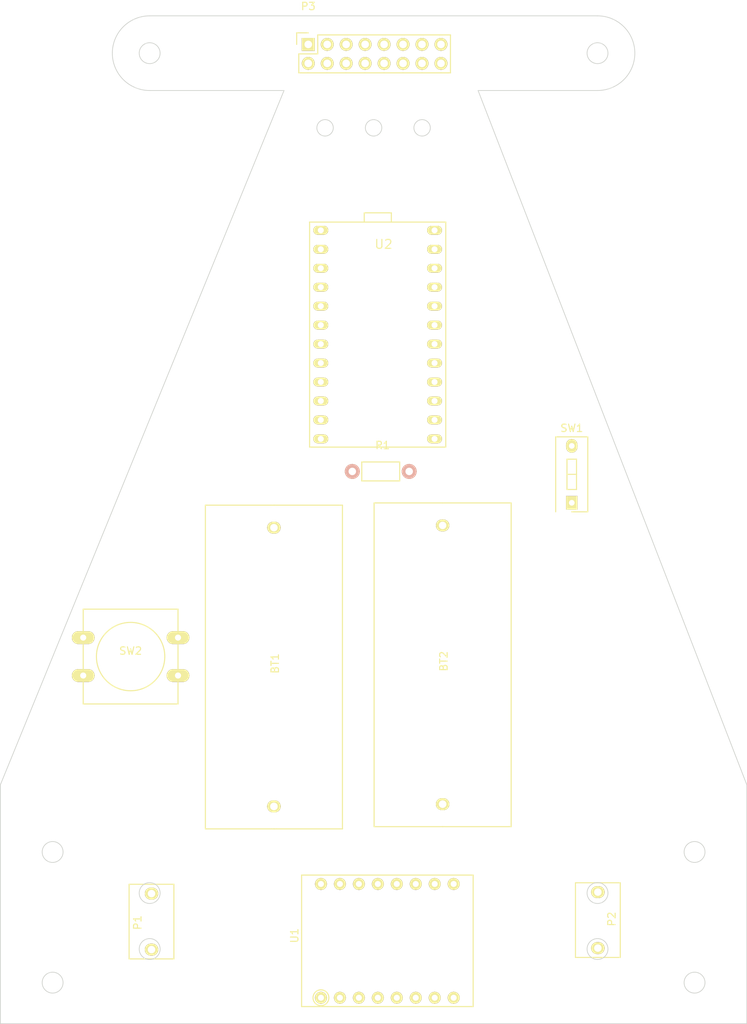
<source format=kicad_pcb>
(kicad_pcb (version 4) (host pcbnew 4.0.4+dfsg1-stable)

  (general
    (links 39)
    (no_connects 37)
    (area 42.702199 28.424999 142.802201 163.525001)
    (thickness 1.6)
    (drawings 23)
    (tracks 0)
    (zones 0)
    (modules 10)
    (nets 36)
  )

  (page A4)
  (layers
    (0 F.Cu signal)
    (31 B.Cu signal)
    (32 B.Adhes user)
    (33 F.Adhes user)
    (34 B.Paste user)
    (35 F.Paste user)
    (36 B.SilkS user)
    (37 F.SilkS user)
    (38 B.Mask user)
    (39 F.Mask user)
    (40 Dwgs.User user)
    (41 Cmts.User user)
    (42 Eco1.User user)
    (43 Eco2.User user)
    (44 Edge.Cuts user)
    (45 Margin user)
    (46 B.CrtYd user)
    (47 F.CrtYd user)
    (48 B.Fab user)
    (49 F.Fab user)
  )

  (setup
    (last_trace_width 0.25)
    (trace_clearance 0.2)
    (zone_clearance 0.508)
    (zone_45_only no)
    (trace_min 0.2)
    (segment_width 0.2)
    (edge_width 0.15)
    (via_size 0.6)
    (via_drill 0.4)
    (via_min_size 0.4)
    (via_min_drill 0.3)
    (uvia_size 0.3)
    (uvia_drill 0.1)
    (uvias_allowed no)
    (uvia_min_size 0.2)
    (uvia_min_drill 0.1)
    (pcb_text_width 0.3)
    (pcb_text_size 1.5 1.5)
    (mod_edge_width 0.15)
    (mod_text_size 1 1)
    (mod_text_width 0.15)
    (pad_size 1.524 1.524)
    (pad_drill 0.762)
    (pad_to_mask_clearance 0.2)
    (aux_axis_origin 0 0)
    (visible_elements FFFFFF7F)
    (pcbplotparams
      (layerselection 0x00030_80000001)
      (usegerberextensions false)
      (excludeedgelayer true)
      (linewidth 0.100000)
      (plotframeref false)
      (viasonmask false)
      (mode 1)
      (useauxorigin false)
      (hpglpennumber 1)
      (hpglpenspeed 20)
      (hpglpendiameter 15)
      (hpglpenoverlay 2)
      (psnegative false)
      (psa4output false)
      (plotreference true)
      (plotvalue true)
      (plotinvisibletext false)
      (padsonsilk false)
      (subtractmaskfromsilk false)
      (outputformat 1)
      (mirror false)
      (drillshape 1)
      (scaleselection 1)
      (outputdirectory ""))
  )

  (net 0 "")
  (net 1 "Net-(BT1-Pad1)")
  (net 2 "Net-(BT1-Pad2)")
  (net 3 GND)
  (net 4 "Net-(P1-Pad1)")
  (net 5 "Net-(P1-Pad2)")
  (net 6 "Net-(P2-Pad1)")
  (net 7 "Net-(P2-Pad2)")
  (net 8 /Sensor8)
  (net 9 "Net-(P3-Pad3)")
  (net 10 /Sensor7)
  (net 11 "Net-(P3-Pad5)")
  (net 12 /Sensor6)
  (net 13 "Net-(P3-Pad7)")
  (net 14 /Sensor5)
  (net 15 "Net-(P3-Pad9)")
  (net 16 /Sensor4)
  (net 17 "Net-(P3-Pad11)")
  (net 18 /Sensor3)
  (net 19 VCC)
  (net 20 /Sensor2)
  (net 21 "Net-(P3-Pad15)")
  (net 22 /Sensor1)
  (net 23 /Button)
  (net 24 "Net-(U1-Pad7)")
  (net 25 /PWM_RIGHT)
  (net 26 /IN2_RIGHT)
  (net 27 /IN1_RIGHT)
  (net 28 /STBY)
  (net 29 /IN1_LEFT)
  (net 30 /IN2_LEFT)
  (net 31 /PWM_LEFT)
  (net 32 "Net-(U2-Pad1)")
  (net 33 "Net-(U2-Pad2)")
  (net 34 "Net-(U2-Pad22)")
  (net 35 "Net-(U2-Pad21)")

  (net_class Default "This is the default net class."
    (clearance 0.2)
    (trace_width 0.25)
    (via_dia 0.6)
    (via_drill 0.4)
    (uvia_dia 0.3)
    (uvia_drill 0.1)
    (add_net /Button)
    (add_net /IN1_LEFT)
    (add_net /IN1_RIGHT)
    (add_net /IN2_LEFT)
    (add_net /IN2_RIGHT)
    (add_net /PWM_LEFT)
    (add_net /PWM_RIGHT)
    (add_net /STBY)
    (add_net /Sensor1)
    (add_net /Sensor2)
    (add_net /Sensor3)
    (add_net /Sensor4)
    (add_net /Sensor5)
    (add_net /Sensor6)
    (add_net /Sensor7)
    (add_net /Sensor8)
    (add_net GND)
    (add_net "Net-(BT1-Pad1)")
    (add_net "Net-(BT1-Pad2)")
    (add_net "Net-(P1-Pad1)")
    (add_net "Net-(P1-Pad2)")
    (add_net "Net-(P2-Pad1)")
    (add_net "Net-(P2-Pad2)")
    (add_net "Net-(P3-Pad11)")
    (add_net "Net-(P3-Pad15)")
    (add_net "Net-(P3-Pad3)")
    (add_net "Net-(P3-Pad5)")
    (add_net "Net-(P3-Pad7)")
    (add_net "Net-(P3-Pad9)")
    (add_net "Net-(U1-Pad7)")
    (add_net "Net-(U2-Pad1)")
    (add_net "Net-(U2-Pad2)")
    (add_net "Net-(U2-Pad21)")
    (add_net "Net-(U2-Pad22)")
    (add_net VCC)
  )

  (module bl_kicad:Battery_16340 (layer F.Cu) (tedit 58A09D85) (tstamp 58A0A313)
    (at 79.4 115.7 90)
    (path /58A07F29)
    (fp_text reference BT1 (at 0.47 0.15 90) (layer F.SilkS)
      (effects (font (size 1 1) (thickness 0.15)))
    )
    (fp_text value Battery (at 0.09 -1.87 90) (layer F.Fab)
      (effects (font (size 1 1) (thickness 0.15)))
    )
    (fp_line (start 21.68 9.18) (end -21.68 9.18) (layer F.SilkS) (width 0.15))
    (fp_line (start -21.68 -9.18) (end 21.68 -9.18) (layer F.SilkS) (width 0.15))
    (fp_line (start 21.68 0) (end 21.68 9.18) (layer F.SilkS) (width 0.15))
    (fp_line (start 21.68 0) (end 21.68 -9.18) (layer F.SilkS) (width 0.15))
    (fp_line (start -21.68 0) (end -21.68 9.18) (layer F.SilkS) (width 0.15))
    (fp_line (start -21.68 0) (end -21.68 -9.18) (layer F.SilkS) (width 0.15))
    (pad 1 thru_hole oval (at -18.67 0 90) (size 1.6 1.8) (drill 1) (layers *.Cu *.Mask F.SilkS)
      (net 1 "Net-(BT1-Pad1)"))
    (pad 1 thru_hole oval (at -18.67 0 90) (size 1.6 1.8) (drill 1) (layers *.Cu *.Mask F.SilkS)
      (net 1 "Net-(BT1-Pad1)"))
    (pad 2 thru_hole oval (at 18.67 0 90) (size 1.6 1.8) (drill 1) (layers *.Cu *.Mask F.SilkS)
      (net 2 "Net-(BT1-Pad2)"))
  )

  (module bl_kicad:Battery_16340 (layer F.Cu) (tedit 58A09D85) (tstamp 58A0A320)
    (at 102 115.4 90)
    (path /58A0807D)
    (fp_text reference BT2 (at 0.47 0.15 90) (layer F.SilkS)
      (effects (font (size 1 1) (thickness 0.15)))
    )
    (fp_text value Battery (at 0.09 -1.87 90) (layer F.Fab)
      (effects (font (size 1 1) (thickness 0.15)))
    )
    (fp_line (start 21.68 9.18) (end -21.68 9.18) (layer F.SilkS) (width 0.15))
    (fp_line (start -21.68 -9.18) (end 21.68 -9.18) (layer F.SilkS) (width 0.15))
    (fp_line (start 21.68 0) (end 21.68 9.18) (layer F.SilkS) (width 0.15))
    (fp_line (start 21.68 0) (end 21.68 -9.18) (layer F.SilkS) (width 0.15))
    (fp_line (start -21.68 0) (end -21.68 9.18) (layer F.SilkS) (width 0.15))
    (fp_line (start -21.68 0) (end -21.68 -9.18) (layer F.SilkS) (width 0.15))
    (pad 1 thru_hole oval (at -18.67 0 90) (size 1.6 1.8) (drill 1) (layers *.Cu *.Mask F.SilkS)
      (net 2 "Net-(BT1-Pad2)"))
    (pad 1 thru_hole oval (at -18.67 0 90) (size 1.6 1.8) (drill 1) (layers *.Cu *.Mask F.SilkS)
      (net 2 "Net-(BT1-Pad2)"))
    (pad 2 thru_hole oval (at 18.67 0 90) (size 1.6 1.8) (drill 1) (layers *.Cu *.Mask F.SilkS)
      (net 3 GND))
  )

  (module bl_kicad:Motor_raptor (layer F.Cu) (tedit 58A09F67) (tstamp 58A0A32B)
    (at 63 149.8 270)
    (path /58A098F5)
    (fp_text reference P1 (at 0.14 1.86 270) (layer F.SilkS)
      (effects (font (size 1 1) (thickness 0.15)))
    )
    (fp_text value LEFT_ENG (at 0.2 -1.98 270) (layer F.Fab)
      (effects (font (size 1 1) (thickness 0.15)))
    )
    (fp_line (start -5 0) (end -5 -3) (layer F.SilkS) (width 0.15))
    (fp_line (start -5 -3) (end 5 -3) (layer F.SilkS) (width 0.15))
    (fp_line (start 5 -3) (end 5 3) (layer F.SilkS) (width 0.15))
    (fp_line (start 5 3) (end -5 3) (layer F.SilkS) (width 0.15))
    (fp_line (start -5 3) (end -5 0) (layer F.SilkS) (width 0.15))
    (pad 1 thru_hole oval (at -3.75 0 270) (size 1.6 1.8) (drill 1) (layers *.Cu *.Mask F.SilkS)
      (net 4 "Net-(P1-Pad1)"))
    (pad 2 thru_hole oval (at 3.75 0 270) (size 1.6 1.8) (drill 1) (layers *.Cu *.Mask F.SilkS)
      (net 5 "Net-(P1-Pad2)"))
  )

  (module bl_kicad:Motor_raptor (layer F.Cu) (tedit 58A09F67) (tstamp 58A0A336)
    (at 122.8 149.6 90)
    (path /58A09A62)
    (fp_text reference P2 (at 0.14 1.86 90) (layer F.SilkS)
      (effects (font (size 1 1) (thickness 0.15)))
    )
    (fp_text value RIGHT_ENG (at 0.2 -1.98 90) (layer F.Fab)
      (effects (font (size 1 1) (thickness 0.15)))
    )
    (fp_line (start -5 0) (end -5 -3) (layer F.SilkS) (width 0.15))
    (fp_line (start -5 -3) (end 5 -3) (layer F.SilkS) (width 0.15))
    (fp_line (start 5 -3) (end 5 3) (layer F.SilkS) (width 0.15))
    (fp_line (start 5 3) (end -5 3) (layer F.SilkS) (width 0.15))
    (fp_line (start -5 3) (end -5 0) (layer F.SilkS) (width 0.15))
    (pad 1 thru_hole oval (at -3.75 0 90) (size 1.6 1.8) (drill 1) (layers *.Cu *.Mask F.SilkS)
      (net 6 "Net-(P2-Pad1)"))
    (pad 2 thru_hole oval (at 3.75 0 90) (size 1.6 1.8) (drill 1) (layers *.Cu *.Mask F.SilkS)
      (net 7 "Net-(P2-Pad2)"))
  )

  (module Socket_Strips:Socket_Strip_Straight_2x08 (layer F.Cu) (tedit 0) (tstamp 58A0A34A)
    (at 84 32.3)
    (descr "Through hole socket strip")
    (tags "socket strip")
    (path /58A0A50A)
    (fp_text reference P3 (at 0 -5.1) (layer F.SilkS)
      (effects (font (size 1 1) (thickness 0.15)))
    )
    (fp_text value CONN_02X08 (at 0 -3.1) (layer F.Fab)
      (effects (font (size 1 1) (thickness 0.15)))
    )
    (fp_line (start -1.75 -1.75) (end -1.75 4.3) (layer F.CrtYd) (width 0.05))
    (fp_line (start 19.55 -1.75) (end 19.55 4.3) (layer F.CrtYd) (width 0.05))
    (fp_line (start -1.75 -1.75) (end 19.55 -1.75) (layer F.CrtYd) (width 0.05))
    (fp_line (start -1.75 4.3) (end 19.55 4.3) (layer F.CrtYd) (width 0.05))
    (fp_line (start 19.05 3.81) (end -1.27 3.81) (layer F.SilkS) (width 0.15))
    (fp_line (start 1.27 -1.27) (end 19.05 -1.27) (layer F.SilkS) (width 0.15))
    (fp_line (start 19.05 3.81) (end 19.05 -1.27) (layer F.SilkS) (width 0.15))
    (fp_line (start -1.27 3.81) (end -1.27 1.27) (layer F.SilkS) (width 0.15))
    (fp_line (start 0 -1.55) (end -1.55 -1.55) (layer F.SilkS) (width 0.15))
    (fp_line (start -1.27 1.27) (end 1.27 1.27) (layer F.SilkS) (width 0.15))
    (fp_line (start 1.27 1.27) (end 1.27 -1.27) (layer F.SilkS) (width 0.15))
    (fp_line (start -1.55 -1.55) (end -1.55 0) (layer F.SilkS) (width 0.15))
    (pad 1 thru_hole rect (at 0 0) (size 1.7272 1.7272) (drill 1.016) (layers *.Cu *.Mask F.SilkS)
      (net 3 GND))
    (pad 2 thru_hole oval (at 0 2.54) (size 1.7272 1.7272) (drill 1.016) (layers *.Cu *.Mask F.SilkS)
      (net 8 /Sensor8))
    (pad 3 thru_hole oval (at 2.54 0) (size 1.7272 1.7272) (drill 1.016) (layers *.Cu *.Mask F.SilkS)
      (net 9 "Net-(P3-Pad3)"))
    (pad 4 thru_hole oval (at 2.54 2.54) (size 1.7272 1.7272) (drill 1.016) (layers *.Cu *.Mask F.SilkS)
      (net 10 /Sensor7))
    (pad 5 thru_hole oval (at 5.08 0) (size 1.7272 1.7272) (drill 1.016) (layers *.Cu *.Mask F.SilkS)
      (net 11 "Net-(P3-Pad5)"))
    (pad 6 thru_hole oval (at 5.08 2.54) (size 1.7272 1.7272) (drill 1.016) (layers *.Cu *.Mask F.SilkS)
      (net 12 /Sensor6))
    (pad 7 thru_hole oval (at 7.62 0) (size 1.7272 1.7272) (drill 1.016) (layers *.Cu *.Mask F.SilkS)
      (net 13 "Net-(P3-Pad7)"))
    (pad 8 thru_hole oval (at 7.62 2.54) (size 1.7272 1.7272) (drill 1.016) (layers *.Cu *.Mask F.SilkS)
      (net 14 /Sensor5))
    (pad 9 thru_hole oval (at 10.16 0) (size 1.7272 1.7272) (drill 1.016) (layers *.Cu *.Mask F.SilkS)
      (net 15 "Net-(P3-Pad9)"))
    (pad 10 thru_hole oval (at 10.16 2.54) (size 1.7272 1.7272) (drill 1.016) (layers *.Cu *.Mask F.SilkS)
      (net 16 /Sensor4))
    (pad 11 thru_hole oval (at 12.7 0) (size 1.7272 1.7272) (drill 1.016) (layers *.Cu *.Mask F.SilkS)
      (net 17 "Net-(P3-Pad11)"))
    (pad 12 thru_hole oval (at 12.7 2.54) (size 1.7272 1.7272) (drill 1.016) (layers *.Cu *.Mask F.SilkS)
      (net 18 /Sensor3))
    (pad 13 thru_hole oval (at 15.24 0) (size 1.7272 1.7272) (drill 1.016) (layers *.Cu *.Mask F.SilkS)
      (net 19 VCC))
    (pad 14 thru_hole oval (at 15.24 2.54) (size 1.7272 1.7272) (drill 1.016) (layers *.Cu *.Mask F.SilkS)
      (net 20 /Sensor2))
    (pad 15 thru_hole oval (at 17.78 0) (size 1.7272 1.7272) (drill 1.016) (layers *.Cu *.Mask F.SilkS)
      (net 21 "Net-(P3-Pad15)"))
    (pad 16 thru_hole oval (at 17.78 2.54) (size 1.7272 1.7272) (drill 1.016) (layers *.Cu *.Mask F.SilkS)
      (net 22 /Sensor1))
    (model Socket_Strips.3dshapes/Socket_Strip_Straight_2x08.wrl
      (at (xyz 0.35 -0.05 0))
      (scale (xyz 1 1 1))
      (rotate (xyz 0 0 180))
    )
  )

  (module Resistors_ThroughHole:Resistor_Horizontal_RM7mm (layer F.Cu) (tedit 569FCF07) (tstamp 58A0A350)
    (at 89.9 89.5)
    (descr "Resistor, Axial,  RM 7.62mm, 1/3W,")
    (tags "Resistor Axial RM 7.62mm 1/3W R3")
    (path /58A07EE2)
    (fp_text reference R1 (at 4.05892 -3.50012) (layer F.SilkS)
      (effects (font (size 1 1) (thickness 0.15)))
    )
    (fp_text value 10k (at 3.81 3.81) (layer F.Fab)
      (effects (font (size 1 1) (thickness 0.15)))
    )
    (fp_line (start -1.25 -1.5) (end 8.85 -1.5) (layer F.CrtYd) (width 0.05))
    (fp_line (start -1.25 1.5) (end -1.25 -1.5) (layer F.CrtYd) (width 0.05))
    (fp_line (start 8.85 -1.5) (end 8.85 1.5) (layer F.CrtYd) (width 0.05))
    (fp_line (start -1.25 1.5) (end 8.85 1.5) (layer F.CrtYd) (width 0.05))
    (fp_line (start 1.27 -1.27) (end 6.35 -1.27) (layer F.SilkS) (width 0.15))
    (fp_line (start 6.35 -1.27) (end 6.35 1.27) (layer F.SilkS) (width 0.15))
    (fp_line (start 6.35 1.27) (end 1.27 1.27) (layer F.SilkS) (width 0.15))
    (fp_line (start 1.27 1.27) (end 1.27 -1.27) (layer F.SilkS) (width 0.15))
    (pad 1 thru_hole circle (at 0 0) (size 1.99898 1.99898) (drill 1.00076) (layers *.Cu *.SilkS *.Mask)
      (net 23 /Button))
    (pad 2 thru_hole circle (at 7.62 0) (size 1.99898 1.99898) (drill 1.00076) (layers *.Cu *.SilkS *.Mask)
      (net 3 GND))
  )

  (module Buttons_Switches_ThroughHole:SW_DIP_x1_Slide (layer F.Cu) (tedit 54C4BC96) (tstamp 58A0A356)
    (at 119.3 93.7)
    (descr "CTS Electrocomponents, Series 206/208")
    (path /58A08E13)
    (fp_text reference SW1 (at 0 -10) (layer F.SilkS)
      (effects (font (size 1 1) (thickness 0.15)))
    )
    (fp_text value SPST (at 0.5 2.4) (layer F.Fab)
      (effects (font (size 1 1) (thickness 0.15)))
    )
    (fp_line (start 2.5 1.55) (end -2.5 1.55) (layer F.CrtYd) (width 0.05))
    (fp_line (start -2.5 1.55) (end -2.5 -9.15) (layer F.CrtYd) (width 0.05))
    (fp_line (start -2.5 -9.15) (end 2.5 -9.15) (layer F.CrtYd) (width 0.05))
    (fp_line (start 2.5 -9.15) (end 2.5 1.55) (layer F.CrtYd) (width 0.05))
    (fp_line (start -2.15 -8.83) (end 2.15 -8.83) (layer F.SilkS) (width 0.15))
    (fp_line (start 0 1.21) (end 2.15 1.21) (layer F.SilkS) (width 0.15))
    (fp_line (start -2.15 -8.83) (end -2.15 1.21) (layer F.SilkS) (width 0.15))
    (fp_line (start 2.15 -8.83) (end 2.15 1.21) (layer F.SilkS) (width 0.15))
    (fp_line (start -0.64 -3.81) (end 0.64 -3.81) (layer F.SilkS) (width 0.15))
    (fp_line (start -0.64 -5.84) (end -0.64 -1.78) (layer F.SilkS) (width 0.15))
    (fp_line (start -0.64 -1.78) (end 0.64 -1.78) (layer F.SilkS) (width 0.15))
    (fp_line (start 0.64 -1.78) (end 0.64 -5.84) (layer F.SilkS) (width 0.15))
    (fp_line (start 0.64 -5.84) (end -0.64 -5.84) (layer F.SilkS) (width 0.15))
    (pad 1 thru_hole rect (at 0 0) (size 1.524 1.824) (drill 0.762) (layers *.Cu *.Mask F.SilkS)
      (net 1 "Net-(BT1-Pad1)"))
    (pad 2 thru_hole oval (at 0 -7.62) (size 1.524 1.824) (drill 0.762) (layers *.Cu *.Mask F.SilkS)
      (net 19 VCC))
    (model Buttons_Switches_ThroughHole.3dshapes/SW_DIP_x1_Slide.wrl
      (at (xyz 0 0 0))
      (scale (xyz 1 1 1))
      (rotate (xyz 0 0 0))
    )
  )

  (module Buttons_Switches_ThroughHole:SW_PUSH-12mm (layer F.Cu) (tedit 53FD9538) (tstamp 58A0A35E)
    (at 60.2 114.3)
    (path /58A07DAB)
    (fp_text reference SW2 (at 0 -0.762) (layer F.SilkS)
      (effects (font (size 1 1) (thickness 0.15)))
    )
    (fp_text value SW_PUSH (at 0 1.016) (layer F.Fab)
      (effects (font (size 1 1) (thickness 0.15)))
    )
    (fp_circle (center 0 0) (end 3.81 2.54) (layer F.SilkS) (width 0.15))
    (fp_line (start -6.35 -6.35) (end 6.35 -6.35) (layer F.SilkS) (width 0.15))
    (fp_line (start 6.35 -6.35) (end 6.35 6.35) (layer F.SilkS) (width 0.15))
    (fp_line (start 6.35 6.35) (end -6.35 6.35) (layer F.SilkS) (width 0.15))
    (fp_line (start -6.35 6.35) (end -6.35 -6.35) (layer F.SilkS) (width 0.15))
    (pad 1 thru_hole oval (at 6.35 -2.54) (size 3.048 1.7272) (drill 0.8128) (layers *.Cu *.Mask F.SilkS)
      (net 23 /Button))
    (pad 2 thru_hole oval (at 6.35 2.54) (size 3.048 1.7272) (drill 0.8128) (layers *.Cu *.Mask F.SilkS)
      (net 19 VCC))
    (pad 1 thru_hole oval (at -6.35 -2.54) (size 3.048 1.7272) (drill 0.8128) (layers *.Cu *.Mask F.SilkS)
      (net 23 /Button))
    (pad 2 thru_hole oval (at -6.35 2.54) (size 3.048 1.7272) (drill 0.8128) (layers *.Cu *.Mask F.SilkS)
      (net 19 VCC))
    (model Buttons_Switches_ThroughHole.3dshapes/SW_PUSH-12mm.wrl
      (at (xyz 0 0 0))
      (scale (xyz 4 4 4))
      (rotate (xyz 0 0 0))
    )
  )

  (module bl_kicad:DIP-16_600 (layer F.Cu) (tedit 589F6C76) (tstamp 58A0A37C)
    (at 85.7 160 90)
    (descr "16-lead breakout, row spacing 7.62 mm (600 mils)")
    (tags "breakout 2.54 600")
    (path /58A07C4E)
    (fp_text reference U1 (at 8.32 -3.54 90) (layer F.SilkS)
      (effects (font (size 1 1) (thickness 0.15)))
    )
    (fp_text value TB6612FNG_BREAKOUT (at 7.57 8.82 180) (layer F.Fab)
      (effects (font (size 1 1) (thickness 0.15)))
    )
    (fp_line (start 16.43 -2.59) (end -1.18 -2.59) (layer F.SilkS) (width 0.15))
    (fp_line (start -1.18 -2.59) (end -1.18 -2.49) (layer F.SilkS) (width 0.15))
    (fp_line (start -1.18 -2.55) (end -1.18 20.39) (layer F.SilkS) (width 0.15))
    (fp_line (start -1.18 20.39) (end 16.43 20.39) (layer F.SilkS) (width 0.15))
    (fp_line (start 16.43 20.39) (end 16.43 -2.59) (layer F.SilkS) (width 0.15))
    (fp_circle (center 0 0) (end 1.05 0.15) (layer F.SilkS) (width 0.15))
    (fp_line (start -1.05 20.25) (end 16.3 20.25) (layer F.CrtYd) (width 0.05))
    (fp_line (start -1.05 -2.45) (end 16.3 -2.45) (layer F.CrtYd) (width 0.05))
    (fp_line (start -1.05 -2.45) (end -1.05 20.25) (layer F.CrtYd) (width 0.05))
    (fp_line (start 16.3 -2.45) (end 16.3 20.25) (layer F.CrtYd) (width 0.05))
    (pad 1 thru_hole oval (at 0 0 90) (size 1.6 1.6) (drill 0.8) (layers *.Cu *.Mask F.SilkS)
      (net 3 GND))
    (pad 2 thru_hole oval (at 0 2.54 90) (size 1.6 1.6) (drill 0.8) (layers *.Cu *.Mask F.SilkS)
      (net 19 VCC))
    (pad 3 thru_hole oval (at 0 5.08 90) (size 1.6 1.6) (drill 0.8) (layers *.Cu *.Mask F.SilkS)
      (net 5 "Net-(P1-Pad2)"))
    (pad 4 thru_hole oval (at 0 7.62 90) (size 1.6 1.6) (drill 0.8) (layers *.Cu *.Mask F.SilkS)
      (net 4 "Net-(P1-Pad1)"))
    (pad 5 thru_hole oval (at 0 10.16 90) (size 1.6 1.6) (drill 0.8) (layers *.Cu *.Mask F.SilkS)
      (net 7 "Net-(P2-Pad2)"))
    (pad 6 thru_hole oval (at 0 12.7 90) (size 1.6 1.6) (drill 0.8) (layers *.Cu *.Mask F.SilkS)
      (net 6 "Net-(P2-Pad1)"))
    (pad 7 thru_hole oval (at 0 15.24 90) (size 1.6 1.6) (drill 0.8) (layers *.Cu *.Mask F.SilkS)
      (net 24 "Net-(U1-Pad7)"))
    (pad 8 thru_hole oval (at 0 17.78 90) (size 1.6 1.6) (drill 0.8) (layers *.Cu *.Mask F.SilkS)
      (net 3 GND))
    (pad 9 thru_hole oval (at 15.24 17.78 90) (size 1.6 1.6) (drill 0.8) (layers *.Cu *.Mask F.SilkS)
      (net 3 GND))
    (pad 10 thru_hole oval (at 15.24 15.24 90) (size 1.6 1.6) (drill 0.8) (layers *.Cu *.Mask F.SilkS)
      (net 25 /PWM_RIGHT))
    (pad 11 thru_hole oval (at 15.24 12.7 90) (size 1.6 1.6) (drill 0.8) (layers *.Cu *.Mask F.SilkS)
      (net 26 /IN2_RIGHT))
    (pad 12 thru_hole oval (at 15.24 10.16 90) (size 1.6 1.6) (drill 0.8) (layers *.Cu *.Mask F.SilkS)
      (net 27 /IN1_RIGHT))
    (pad 13 thru_hole oval (at 15.24 7.62 90) (size 1.6 1.6) (drill 0.8) (layers *.Cu *.Mask F.SilkS)
      (net 28 /STBY))
    (pad 14 thru_hole oval (at 15.24 5.08 90) (size 1.6 1.6) (drill 0.8) (layers *.Cu *.Mask F.SilkS)
      (net 29 /IN1_LEFT))
    (pad 15 thru_hole oval (at 15.24 2.54 90) (size 1.6 1.6) (drill 0.8) (layers *.Cu *.Mask F.SilkS)
      (net 30 /IN2_LEFT))
    (pad 16 thru_hole oval (at 15.24 0 90) (size 1.6 1.6) (drill 0.8) (layers *.Cu *.Mask F.SilkS)
      (net 31 /PWM_LEFT))
  )

  (module bl_kicad:DIP-24_600 (layer F.Cu) (tedit 589F6AE9) (tstamp 58A0A39F)
    (at 93.3 70.8)
    (path /58A079FA)
    (fp_text reference U2 (at 0.79 -11.73) (layer F.SilkS)
      (effects (font (size 1.2 1.2) (thickness 0.15)))
    )
    (fp_text value Arduino_Pro_Mini (at -3.859997 0.37 90) (layer F.Fab)
      (effects (font (size 1.2 1.2) (thickness 0.15)))
    )
    (fp_line (start -1.8 -14.7) (end -1.8 -15.94) (layer F.SilkS) (width 0.15))
    (fp_line (start -1.8 -15.94) (end 1.83 -15.94) (layer F.SilkS) (width 0.15))
    (fp_line (start 1.83 -15.94) (end 1.83 -14.7) (layer F.SilkS) (width 0.15))
    (fp_line (start -9.12 15.44) (end 9.12 15.44) (layer F.SilkS) (width 0.15))
    (fp_line (start -9.12 -14.7) (end 9.12 -14.7) (layer F.SilkS) (width 0.15))
    (fp_line (start -9.119996 -14.7) (end -9.119997 15.44) (layer F.SilkS) (width 0.15))
    (fp_line (start 9.120007 15.44) (end 9.120008 -14.7) (layer F.SilkS) (width 0.15))
    (pad 24 thru_hole oval (at 7.620008 -13.6 270) (size 1.2 2) (drill 0.8) (layers *.Cu *.Mask F.SilkS)
      (net 19 VCC))
    (pad 1 thru_hole oval (at -7.619997 -13.6 270) (size 1.2 2) (drill 0.8) (layers *.Cu *.Mask F.SilkS)
      (net 32 "Net-(U2-Pad1)"))
    (pad 23 thru_hole oval (at 7.620008 -11.06 270) (size 1.2 2) (drill 0.8) (layers *.Cu *.Mask F.SilkS)
      (net 3 GND))
    (pad 2 thru_hole oval (at -7.619997 -11.06 270) (size 1.2 2) (drill 0.8) (layers *.Cu *.Mask F.SilkS)
      (net 33 "Net-(U2-Pad2)"))
    (pad 22 thru_hole oval (at 7.620008 -8.52 270) (size 1.2 2) (drill 0.8) (layers *.Cu *.Mask F.SilkS)
      (net 34 "Net-(U2-Pad22)"))
    (pad 3 thru_hole oval (at -7.619997 -8.52 270) (size 1.2 2) (drill 0.8) (layers *.Cu *.Mask F.SilkS)
      (net 3 GND))
    (pad 21 thru_hole oval (at 7.620008 -5.98 270) (size 1.2 2) (drill 0.8) (layers *.Cu *.Mask F.SilkS)
      (net 35 "Net-(U2-Pad21)"))
    (pad 4 thru_hole oval (at -7.619997 -5.98 270) (size 1.2 2) (drill 0.8) (layers *.Cu *.Mask F.SilkS)
      (net 3 GND))
    (pad 20 thru_hole oval (at 7.620008 -3.44 270) (size 1.2 2) (drill 0.8) (layers *.Cu *.Mask F.SilkS)
      (net 16 /Sensor4))
    (pad 5 thru_hole oval (at -7.619997 -3.44 270) (size 1.2 2) (drill 0.8) (layers *.Cu *.Mask F.SilkS)
      (net 29 /IN1_LEFT))
    (pad 19 thru_hole oval (at 7.620008 -0.9 270) (size 1.2 2) (drill 0.8) (layers *.Cu *.Mask F.SilkS)
      (net 18 /Sensor3))
    (pad 6 thru_hole oval (at -7.619997 -0.9 270) (size 1.2 2) (drill 0.8) (layers *.Cu *.Mask F.SilkS)
      (net 30 /IN2_LEFT))
    (pad 18 thru_hole oval (at 7.620008 1.64 270) (size 1.2 2) (drill 0.8) (layers *.Cu *.Mask F.SilkS)
      (net 20 /Sensor2))
    (pad 7 thru_hole oval (at -7.619997 1.64 270) (size 1.2 2) (drill 0.8) (layers *.Cu *.Mask F.SilkS)
      (net 14 /Sensor5))
    (pad 17 thru_hole oval (at 7.620008 4.18 270) (size 1.2 2) (drill 0.8) (layers *.Cu *.Mask F.SilkS)
      (net 22 /Sensor1))
    (pad 8 thru_hole oval (at -7.619997 4.18 270) (size 1.2 2) (drill 0.8) (layers *.Cu *.Mask F.SilkS)
      (net 31 /PWM_LEFT))
    (pad 16 thru_hole oval (at 7.620008 6.72 270) (size 1.2 2) (drill 0.8) (layers *.Cu *.Mask F.SilkS)
      (net 28 /STBY))
    (pad 9 thru_hole oval (at -7.619997 6.72 270) (size 1.2 2) (drill 0.8) (layers *.Cu *.Mask F.SilkS)
      (net 12 /Sensor6))
    (pad 15 thru_hole oval (at 7.620008 9.26 270) (size 1.2 2) (drill 0.8) (layers *.Cu *.Mask F.SilkS)
      (net 27 /IN1_RIGHT))
    (pad 10 thru_hole oval (at -7.619997 9.26 270) (size 1.2 2) (drill 0.8) (layers *.Cu *.Mask F.SilkS)
      (net 23 /Button))
    (pad 14 thru_hole oval (at 7.620008 11.8 270) (size 1.2 2) (drill 0.8) (layers *.Cu *.Mask F.SilkS)
      (net 26 /IN2_RIGHT))
    (pad 11 thru_hole oval (at -7.619997 11.8 270) (size 1.2 2) (drill 0.8) (layers *.Cu *.Mask F.SilkS)
      (net 10 /Sensor7))
    (pad 13 thru_hole oval (at 7.620008 14.34 270) (size 1.2 2) (drill 0.8) (layers *.Cu *.Mask F.SilkS)
      (net 25 /PWM_RIGHT))
    (pad 12 thru_hole oval (at -7.619997 14.34 270) (size 1.2 2) (drill 0.8) (layers *.Cu *.Mask F.SilkS)
      (net 8 /Sensor8))
  )

  (gr_circle (center 92.7522 43.475) (end 92.7522 42.375) (layer Edge.Cuts) (width 0.1))
  (gr_circle (center 99.2522 43.475) (end 99.2522 42.375) (layer Edge.Cuts) (width 0.1))
  (gr_circle (center 86.2522 43.475) (end 86.2522 42.375) (layer Edge.Cuts) (width 0.1))
  (gr_circle (center 122.7522 145.975) (end 122.7522 144.575) (layer Edge.Cuts) (width 0.1))
  (gr_circle (center 122.7522 153.475) (end 122.7522 152.075) (layer Edge.Cuts) (width 0.1))
  (gr_circle (center 62.7522 145.975) (end 62.7522 144.575) (layer Edge.Cuts) (width 0.1))
  (gr_circle (center 62.7522 153.475) (end 62.7522 152.075) (layer Edge.Cuts) (width 0.1))
  (gr_circle (center 49.7522 157.975) (end 49.7522 156.575) (layer Edge.Cuts) (width 0.1))
  (gr_circle (center 49.7522 140.475) (end 49.7522 139.075) (layer Edge.Cuts) (width 0.1))
  (gr_circle (center 135.7522 140.475) (end 135.7522 139.075) (layer Edge.Cuts) (width 0.1))
  (gr_circle (center 135.7522 157.975) (end 135.7522 156.575) (layer Edge.Cuts) (width 0.1))
  (gr_circle (center 122.7522 33.475) (end 122.7522 32.075) (layer Edge.Cuts) (width 0.1))
  (gr_circle (center 62.7522 33.475) (end 62.7522 32.075) (layer Edge.Cuts) (width 0.1))
  (gr_line (start 42.7522 131.475) (end 42.7522 163.475) (layer Edge.Cuts) (width 0.1))
  (gr_line (start 80.7522 38.475) (end 42.7522 131.475) (layer Edge.Cuts) (width 0.1))
  (gr_line (start 142.7522 131.475) (end 106.7522 38.475) (layer Edge.Cuts) (width 0.1))
  (gr_line (start 142.7522 163.475) (end 142.7522 131.475) (layer Edge.Cuts) (width 0.1))
  (gr_line (start 42.7522 163.475) (end 142.7522 163.475) (layer Edge.Cuts) (width 0.1))
  (gr_arc (start 122.7522 33.475) (end 122.7522 38.475) (angle -180) (layer Edge.Cuts) (width 0.1))
  (gr_arc (start 62.7522 33.475) (end 62.7522 28.475) (angle -180) (layer Edge.Cuts) (width 0.1))
  (gr_line (start 106.7522 38.475) (end 122.7522 38.475) (layer Edge.Cuts) (width 0.1))
  (gr_line (start 62.7522 38.475) (end 80.7522 38.475) (layer Edge.Cuts) (width 0.1))
  (gr_line (start 62.7522 28.475) (end 122.7522 28.475) (layer Edge.Cuts) (width 0.1))

)

</source>
